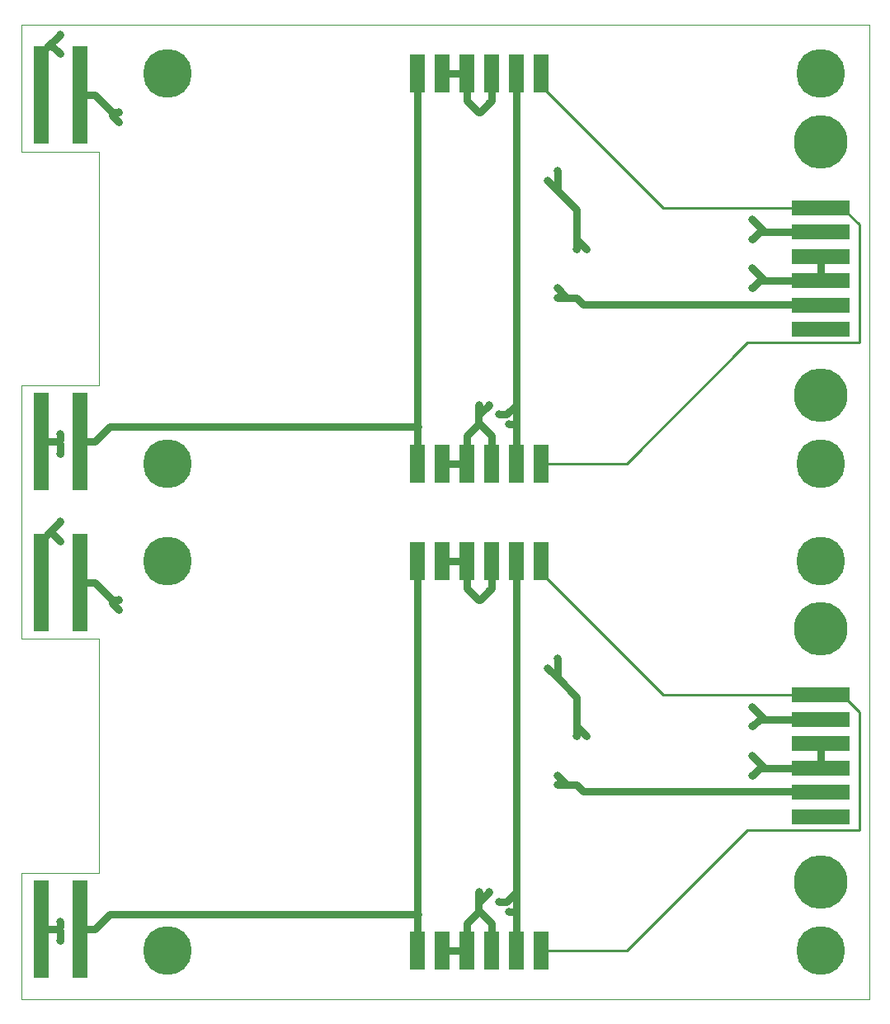
<source format=gbr>
%TF.GenerationSoftware,KiCad,Pcbnew,(5.0.0-rc2-60-gbfa89039c)*%
%TF.CreationDate,2019-08-02T13:04:55+03:00*%
%TF.ProjectId,ConnectorPCB,436F6E6E6563746F725043422E6B6963,rev?*%
%TF.SameCoordinates,Original*%
%TF.FileFunction,Copper,L1,Top,Signal*%
%TF.FilePolarity,Positive*%
%FSLAX46Y46*%
G04 Gerber Fmt 4.6, Leading zero omitted, Abs format (unit mm)*
G04 Created by KiCad (PCBNEW (5.0.0-rc2-60-gbfa89039c)) date 08/02/19 13:04:55*
%MOMM*%
%LPD*%
G01*
G04 APERTURE LIST*
%ADD10C,0.050000*%
%ADD11R,6.000000X1.500000*%
%ADD12R,1.524000X4.000000*%
%ADD13R,1.524000X10.000000*%
%ADD14C,5.000000*%
%ADD15C,5.500000*%
%ADD16C,0.800000*%
%ADD17C,0.800000*%
%ADD18C,0.250000*%
G04 APERTURE END LIST*
D10*
X127000000Y-130000000D02*
X40000000Y-130000000D01*
X40000000Y-117000000D02*
X48000000Y-117000000D01*
X40000000Y-93000000D02*
X40000000Y-80000000D01*
X48000000Y-117000000D02*
X48000000Y-93000000D01*
X48000000Y-93000000D02*
X40000000Y-93000000D01*
X40000000Y-130000000D02*
X40000000Y-117000000D01*
X127000000Y-130000000D02*
X127000000Y-80000000D01*
X127000000Y-80000000D02*
X127000000Y-30000000D01*
X40000000Y-43000000D02*
X40000000Y-30000000D01*
X48000000Y-43000000D02*
X40000000Y-43000000D01*
X48000000Y-67000000D02*
X48000000Y-43000000D01*
X40000000Y-67000000D02*
X48000000Y-67000000D01*
X40000000Y-80000000D02*
X40000000Y-67000000D01*
X40000000Y-30000000D02*
X127000000Y-30000000D01*
D11*
X122000000Y-111250000D03*
X122000000Y-108750000D03*
X122000000Y-106250000D03*
X122000000Y-103750000D03*
X122000000Y-101250000D03*
X122000000Y-98750000D03*
D12*
X93350000Y-125000000D03*
X90810000Y-125000000D03*
X88270000Y-125000000D03*
X85730000Y-125000000D03*
X83190000Y-125000000D03*
X80650000Y-125000000D03*
D13*
X46000000Y-87220000D03*
X46000000Y-122780000D03*
D14*
X122000000Y-85000000D03*
X122000000Y-125000000D03*
D15*
X122000000Y-92000000D03*
D12*
X80650000Y-85000000D03*
X83190000Y-85000000D03*
X85730000Y-85000000D03*
X88270000Y-85000000D03*
X90810000Y-85000000D03*
X93350000Y-85000000D03*
D14*
X55000000Y-85000000D03*
D15*
X122000000Y-118000000D03*
D14*
X55000000Y-125000000D03*
D13*
X42000000Y-122780000D03*
X42000000Y-87220000D03*
D15*
X122000000Y-42000000D03*
X122000000Y-68000000D03*
D14*
X122000000Y-75000000D03*
X55000000Y-75000000D03*
X122000000Y-35000000D03*
X55000000Y-35000000D03*
D12*
X93350000Y-35000000D03*
X90810000Y-35000000D03*
X88270000Y-35000000D03*
X85730000Y-35000000D03*
X83190000Y-35000000D03*
X80650000Y-35000000D03*
D13*
X46000000Y-72780000D03*
X46000000Y-37220000D03*
X42000000Y-37220000D03*
X42000000Y-72780000D03*
D12*
X80650000Y-75000000D03*
X83190000Y-75000000D03*
X85730000Y-75000000D03*
X88270000Y-75000000D03*
X90810000Y-75000000D03*
X93350000Y-75000000D03*
D11*
X122000000Y-48750000D03*
X122000000Y-51250000D03*
X122000000Y-53750000D03*
X122000000Y-56250000D03*
X122000000Y-58750000D03*
X122000000Y-61250000D03*
D16*
X50000000Y-39000000D03*
X95000000Y-58000000D03*
X95000000Y-57000000D03*
X50000000Y-40000000D03*
X95000000Y-108000000D03*
X95000000Y-107000000D03*
X50000000Y-90000000D03*
X50000000Y-89000000D03*
X87000000Y-69000000D03*
X115000000Y-55000000D03*
X115000000Y-57000000D03*
X97000000Y-53000000D03*
X94000000Y-46000000D03*
X87070000Y-39000000D03*
X98000000Y-53000000D03*
X95000000Y-45000000D03*
X88000000Y-38070000D03*
X88000000Y-69000000D03*
X44000000Y-31000000D03*
X44000000Y-33000000D03*
X115000000Y-50000000D03*
X115000000Y-52000000D03*
X44000000Y-72000000D03*
X44000000Y-74000000D03*
X90000000Y-71000000D03*
X89000024Y-70000000D03*
X88000000Y-88070000D03*
X98000000Y-103000000D03*
X94000000Y-96000000D03*
X115000000Y-105000000D03*
X88000000Y-119000000D03*
X87070000Y-89000000D03*
X97000000Y-103000000D03*
X95000000Y-95000000D03*
X115000000Y-107000000D03*
X87000000Y-119000000D03*
X44000000Y-81000000D03*
X115000000Y-100000000D03*
X115000000Y-102000000D03*
X44000000Y-83000000D03*
X44000000Y-122000000D03*
X44000000Y-124000000D03*
X89000024Y-120000000D03*
X90000000Y-121000000D03*
D17*
X47562000Y-37220000D02*
X49342000Y-39000000D01*
X46000000Y-37220000D02*
X47562000Y-37220000D01*
X49342000Y-39000000D02*
X50000000Y-39000000D01*
X121933000Y-58683000D02*
X122000000Y-58750000D01*
X97683000Y-58683000D02*
X121933000Y-58683000D01*
X97000000Y-58000000D02*
X97683000Y-58683000D01*
X95000000Y-57000000D02*
X96000000Y-58000000D01*
X95000000Y-58000000D02*
X96000000Y-58000000D01*
X96000000Y-58000000D02*
X97000000Y-58000000D01*
X49342000Y-39342000D02*
X49342000Y-39000000D01*
X50000000Y-40000000D02*
X49342000Y-39342000D01*
X121933000Y-108683000D02*
X122000000Y-108750000D01*
X97000000Y-108000000D02*
X97683000Y-108683000D01*
X47562000Y-87220000D02*
X49342000Y-89000000D01*
X95000000Y-107000000D02*
X96000000Y-108000000D01*
X46000000Y-87220000D02*
X47562000Y-87220000D01*
X50000000Y-90000000D02*
X49342000Y-89342000D01*
X49342000Y-89000000D02*
X50000000Y-89000000D01*
X97683000Y-108683000D02*
X121933000Y-108683000D01*
X49342000Y-89342000D02*
X49342000Y-89000000D01*
X95000000Y-108000000D02*
X96000000Y-108000000D01*
X96000000Y-108000000D02*
X97000000Y-108000000D01*
X122000000Y-56250000D02*
X122000000Y-53750000D01*
X88270000Y-35000000D02*
X88270000Y-37800000D01*
X85730000Y-37800000D02*
X85730000Y-35000000D01*
X86930000Y-39000000D02*
X85730000Y-37800000D01*
X87070000Y-39000000D02*
X86930000Y-39000000D01*
X85730000Y-72200000D02*
X86930000Y-71000000D01*
X85730000Y-75000000D02*
X85730000Y-72200000D01*
X88270000Y-72200000D02*
X88270000Y-75000000D01*
X87070000Y-71000000D02*
X88270000Y-72200000D01*
X86930000Y-71000000D02*
X87070000Y-71000000D01*
X86930000Y-71000000D02*
X86930000Y-70070000D01*
X86930000Y-70070000D02*
X86930000Y-69070000D01*
X86930000Y-69070000D02*
X87000000Y-69000000D01*
X116250000Y-56250000D02*
X122000000Y-56250000D01*
X115000000Y-55000000D02*
X116250000Y-56250000D01*
X116250000Y-56250000D02*
X115750000Y-56250000D01*
X115750000Y-56250000D02*
X115000000Y-57000000D01*
X98000000Y-53000000D02*
X97000000Y-52000000D01*
X97000000Y-53000000D02*
X97000000Y-52000000D01*
X97000000Y-52000000D02*
X97000000Y-49000000D01*
X95000000Y-47000000D02*
X95000000Y-45000000D01*
X95000000Y-47000000D02*
X94000000Y-46000000D01*
X97000000Y-49000000D02*
X95000000Y-47000000D01*
X88000000Y-38070000D02*
X87070000Y-39000000D01*
X88270000Y-37800000D02*
X88000000Y-38070000D01*
X86930000Y-70070000D02*
X88000000Y-69000000D01*
X42000000Y-32982000D02*
X42000000Y-37220000D01*
X122000000Y-51250000D02*
X118200000Y-51250000D01*
X43562000Y-31420000D02*
X43580000Y-31420000D01*
X43580000Y-31420000D02*
X44000000Y-31000000D01*
X43000000Y-31982000D02*
X43000000Y-32000000D01*
X43000000Y-31982000D02*
X42000000Y-32982000D01*
X43562000Y-31420000D02*
X43000000Y-31982000D01*
X43000000Y-32000000D02*
X44000000Y-33000000D01*
X116250000Y-51250000D02*
X118200000Y-51250000D01*
X115000000Y-50000000D02*
X116250000Y-51250000D01*
X115750000Y-51250000D02*
X116250000Y-51250000D01*
X115000000Y-52000000D02*
X115750000Y-51250000D01*
X90810000Y-75000000D02*
X90810000Y-76302002D01*
X42000000Y-77018000D02*
X42000000Y-72780000D01*
X90810000Y-35000000D02*
X90810000Y-68810000D01*
X42000000Y-72780000D02*
X43780000Y-72780000D01*
X43780000Y-72780000D02*
X44000000Y-72560000D01*
X44000000Y-72560000D02*
X44000000Y-72000000D01*
X44000000Y-73000000D02*
X43780000Y-72780000D01*
X44000000Y-74000000D02*
X44000000Y-73000000D01*
X90810000Y-68810000D02*
X90810000Y-69000000D01*
X90000000Y-71000000D02*
X90810000Y-71000000D01*
X90810000Y-69000000D02*
X90810000Y-71000000D01*
X90810000Y-71000000D02*
X90810000Y-75000000D01*
X89810000Y-70000000D02*
X89565709Y-70000000D01*
X89565709Y-70000000D02*
X89000024Y-70000000D01*
X90810000Y-69000000D02*
X89810000Y-70000000D01*
D18*
X93350000Y-75000000D02*
X93350000Y-73762000D01*
X102112000Y-75000000D02*
X93350000Y-75000000D01*
X114492000Y-62620000D02*
X102112000Y-75000000D01*
X125984000Y-62620000D02*
X114492000Y-62620000D01*
X125984000Y-50484000D02*
X125984000Y-62620000D01*
X122000000Y-48750000D02*
X124250000Y-48750000D01*
X124250000Y-48750000D02*
X125984000Y-50484000D01*
X93350000Y-36238000D02*
X93350000Y-35000000D01*
X105862000Y-48750000D02*
X93350000Y-36238000D01*
X122000000Y-48750000D02*
X105862000Y-48750000D01*
D17*
X83190000Y-75000000D02*
X83190000Y-73762000D01*
X83190000Y-35000000D02*
X85730000Y-35000000D01*
X83190000Y-75000000D02*
X85730000Y-75000000D01*
X83190000Y-85000000D02*
X85730000Y-85000000D01*
X83190000Y-125000000D02*
X85730000Y-125000000D01*
X86930000Y-120070000D02*
X86930000Y-119070000D01*
X97000000Y-99000000D02*
X95000000Y-97000000D01*
X85730000Y-87800000D02*
X85730000Y-85000000D01*
X86930000Y-121000000D02*
X86930000Y-120070000D01*
X116250000Y-106250000D02*
X122000000Y-106250000D01*
X85730000Y-122200000D02*
X86930000Y-121000000D01*
X97000000Y-102000000D02*
X97000000Y-99000000D01*
X95000000Y-97000000D02*
X94000000Y-96000000D01*
X115000000Y-105000000D02*
X116250000Y-106250000D01*
X86930000Y-121000000D02*
X87070000Y-121000000D01*
X116250000Y-106250000D02*
X115750000Y-106250000D01*
X115750000Y-106250000D02*
X115000000Y-107000000D01*
X95000000Y-97000000D02*
X95000000Y-95000000D01*
X88270000Y-87800000D02*
X88000000Y-88070000D01*
X88270000Y-85000000D02*
X88270000Y-87800000D01*
X86930000Y-89000000D02*
X85730000Y-87800000D01*
X88270000Y-122200000D02*
X88270000Y-125000000D01*
X86930000Y-119070000D02*
X87000000Y-119000000D01*
X98000000Y-103000000D02*
X97000000Y-102000000D01*
X87070000Y-89000000D02*
X86930000Y-89000000D01*
X122000000Y-106250000D02*
X122000000Y-103750000D01*
X97000000Y-103000000D02*
X97000000Y-102000000D01*
X88000000Y-88070000D02*
X87070000Y-89000000D01*
X85730000Y-125000000D02*
X85730000Y-122200000D01*
X87070000Y-121000000D02*
X88270000Y-122200000D01*
X86930000Y-120070000D02*
X88000000Y-119000000D01*
X83190000Y-125000000D02*
X83190000Y-123762000D01*
X115750000Y-101250000D02*
X116250000Y-101250000D01*
X43562000Y-81420000D02*
X43580000Y-81420000D01*
X115000000Y-100000000D02*
X116250000Y-101250000D01*
X43562000Y-81420000D02*
X43000000Y-81982000D01*
X122000000Y-101250000D02*
X118200000Y-101250000D01*
X43000000Y-81982000D02*
X42000000Y-82982000D01*
X116250000Y-101250000D02*
X118200000Y-101250000D01*
X115000000Y-102000000D02*
X115750000Y-101250000D01*
X43000000Y-82000000D02*
X44000000Y-83000000D01*
X43580000Y-81420000D02*
X44000000Y-81000000D01*
X43000000Y-81982000D02*
X43000000Y-82000000D01*
X42000000Y-82982000D02*
X42000000Y-87220000D01*
X90810000Y-119000000D02*
X89810000Y-120000000D01*
X42000000Y-122780000D02*
X43780000Y-122780000D01*
X90810000Y-121000000D02*
X90810000Y-125000000D01*
X90810000Y-119000000D02*
X90810000Y-121000000D01*
X89565709Y-120000000D02*
X89000024Y-120000000D01*
X43780000Y-122780000D02*
X44000000Y-122560000D01*
X42000000Y-127018000D02*
X42000000Y-122780000D01*
X44000000Y-123000000D02*
X43780000Y-122780000D01*
X44000000Y-124000000D02*
X44000000Y-123000000D01*
X90810000Y-118810000D02*
X90810000Y-119000000D01*
X90810000Y-125000000D02*
X90810000Y-126302002D01*
X44000000Y-122560000D02*
X44000000Y-122000000D01*
X90810000Y-85000000D02*
X90810000Y-118810000D01*
X90000000Y-121000000D02*
X90810000Y-121000000D01*
X89810000Y-120000000D02*
X89565709Y-120000000D01*
D18*
X93350000Y-86238000D02*
X93350000Y-85000000D01*
X125984000Y-112620000D02*
X114492000Y-112620000D01*
X102112000Y-125000000D02*
X93350000Y-125000000D01*
X122000000Y-98750000D02*
X124250000Y-98750000D01*
X124250000Y-98750000D02*
X125984000Y-100484000D01*
X125984000Y-100484000D02*
X125984000Y-112620000D01*
X93350000Y-125000000D02*
X93350000Y-123762000D01*
X114492000Y-112620000D02*
X102112000Y-125000000D01*
X105862000Y-98750000D02*
X93350000Y-86238000D01*
X122000000Y-98750000D02*
X105862000Y-98750000D01*
D17*
X47562000Y-72780000D02*
X46000000Y-72780000D01*
X49086000Y-71256000D02*
X47562000Y-72780000D01*
X80684000Y-71256000D02*
X49086000Y-71256000D01*
X80650000Y-75000000D02*
X80650000Y-71290000D01*
X80650000Y-71290000D02*
X80684000Y-71256000D01*
X80650000Y-71290000D02*
X80650000Y-35000000D01*
X49086000Y-121256000D02*
X47562000Y-122780000D01*
X80684000Y-121256000D02*
X49086000Y-121256000D01*
X47562000Y-122780000D02*
X46000000Y-122780000D01*
X80650000Y-125000000D02*
X80650000Y-121290000D01*
X80650000Y-121290000D02*
X80684000Y-121256000D01*
X80650000Y-121290000D02*
X80650000Y-85000000D01*
M02*

</source>
